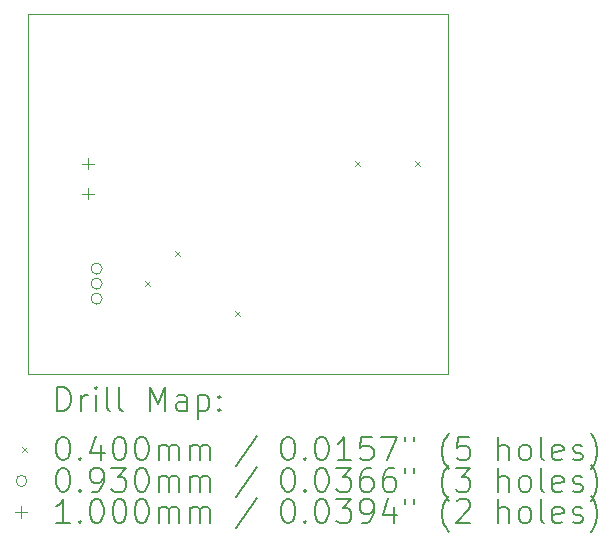
<source format=gbr>
%TF.GenerationSoftware,KiCad,Pcbnew,(6.0.7)*%
%TF.CreationDate,2022-11-27T20:24:26-03:00*%
%TF.ProjectId,E3,45332e6b-6963-4616-945f-706362585858,rev?*%
%TF.SameCoordinates,Original*%
%TF.FileFunction,Drillmap*%
%TF.FilePolarity,Positive*%
%FSLAX45Y45*%
G04 Gerber Fmt 4.5, Leading zero omitted, Abs format (unit mm)*
G04 Created by KiCad (PCBNEW (6.0.7)) date 2022-11-27 20:24:26*
%MOMM*%
%LPD*%
G01*
G04 APERTURE LIST*
%ADD10C,0.100000*%
%ADD11C,0.200000*%
%ADD12C,0.040000*%
%ADD13C,0.093000*%
G04 APERTURE END LIST*
D10*
X16510000Y-9652000D02*
X20066000Y-9652000D01*
X20066000Y-9652000D02*
X20066000Y-12700000D01*
X20066000Y-12700000D02*
X16510000Y-12700000D01*
X16510000Y-12700000D02*
X16510000Y-9652000D01*
D11*
D12*
X17506000Y-11918000D02*
X17546000Y-11958000D01*
X17546000Y-11918000D02*
X17506000Y-11958000D01*
X17760000Y-11664000D02*
X17800000Y-11704000D01*
X17800000Y-11664000D02*
X17760000Y-11704000D01*
X18268000Y-12172000D02*
X18308000Y-12212000D01*
X18308000Y-12172000D02*
X18268000Y-12212000D01*
X19284000Y-10902000D02*
X19324000Y-10942000D01*
X19324000Y-10902000D02*
X19284000Y-10942000D01*
X19792000Y-10902000D02*
X19832000Y-10942000D01*
X19832000Y-10902000D02*
X19792000Y-10942000D01*
D13*
X17140525Y-11811000D02*
G75*
G03*
X17140525Y-11811000I-46500J0D01*
G01*
X17140525Y-11938000D02*
G75*
G03*
X17140525Y-11938000I-46500J0D01*
G01*
X17140525Y-12065000D02*
G75*
G03*
X17140525Y-12065000I-46500J0D01*
G01*
D10*
X17018000Y-10872000D02*
X17018000Y-10972000D01*
X16968000Y-10922000D02*
X17068000Y-10922000D01*
X17018000Y-11126000D02*
X17018000Y-11226000D01*
X16968000Y-11176000D02*
X17068000Y-11176000D01*
D11*
X16762619Y-13015476D02*
X16762619Y-12815476D01*
X16810238Y-12815476D01*
X16838810Y-12825000D01*
X16857857Y-12844048D01*
X16867381Y-12863095D01*
X16876905Y-12901190D01*
X16876905Y-12929762D01*
X16867381Y-12967857D01*
X16857857Y-12986905D01*
X16838810Y-13005952D01*
X16810238Y-13015476D01*
X16762619Y-13015476D01*
X16962619Y-13015476D02*
X16962619Y-12882143D01*
X16962619Y-12920238D02*
X16972143Y-12901190D01*
X16981667Y-12891667D01*
X17000714Y-12882143D01*
X17019762Y-12882143D01*
X17086429Y-13015476D02*
X17086429Y-12882143D01*
X17086429Y-12815476D02*
X17076905Y-12825000D01*
X17086429Y-12834524D01*
X17095952Y-12825000D01*
X17086429Y-12815476D01*
X17086429Y-12834524D01*
X17210238Y-13015476D02*
X17191190Y-13005952D01*
X17181667Y-12986905D01*
X17181667Y-12815476D01*
X17315000Y-13015476D02*
X17295952Y-13005952D01*
X17286429Y-12986905D01*
X17286429Y-12815476D01*
X17543571Y-13015476D02*
X17543571Y-12815476D01*
X17610238Y-12958333D01*
X17676905Y-12815476D01*
X17676905Y-13015476D01*
X17857857Y-13015476D02*
X17857857Y-12910714D01*
X17848333Y-12891667D01*
X17829286Y-12882143D01*
X17791190Y-12882143D01*
X17772143Y-12891667D01*
X17857857Y-13005952D02*
X17838810Y-13015476D01*
X17791190Y-13015476D01*
X17772143Y-13005952D01*
X17762619Y-12986905D01*
X17762619Y-12967857D01*
X17772143Y-12948809D01*
X17791190Y-12939286D01*
X17838810Y-12939286D01*
X17857857Y-12929762D01*
X17953095Y-12882143D02*
X17953095Y-13082143D01*
X17953095Y-12891667D02*
X17972143Y-12882143D01*
X18010238Y-12882143D01*
X18029286Y-12891667D01*
X18038810Y-12901190D01*
X18048333Y-12920238D01*
X18048333Y-12977381D01*
X18038810Y-12996428D01*
X18029286Y-13005952D01*
X18010238Y-13015476D01*
X17972143Y-13015476D01*
X17953095Y-13005952D01*
X18134048Y-12996428D02*
X18143571Y-13005952D01*
X18134048Y-13015476D01*
X18124524Y-13005952D01*
X18134048Y-12996428D01*
X18134048Y-13015476D01*
X18134048Y-12891667D02*
X18143571Y-12901190D01*
X18134048Y-12910714D01*
X18124524Y-12901190D01*
X18134048Y-12891667D01*
X18134048Y-12910714D01*
D12*
X16465000Y-13325000D02*
X16505000Y-13365000D01*
X16505000Y-13325000D02*
X16465000Y-13365000D01*
D11*
X16800714Y-13235476D02*
X16819762Y-13235476D01*
X16838810Y-13245000D01*
X16848333Y-13254524D01*
X16857857Y-13273571D01*
X16867381Y-13311667D01*
X16867381Y-13359286D01*
X16857857Y-13397381D01*
X16848333Y-13416428D01*
X16838810Y-13425952D01*
X16819762Y-13435476D01*
X16800714Y-13435476D01*
X16781667Y-13425952D01*
X16772143Y-13416428D01*
X16762619Y-13397381D01*
X16753095Y-13359286D01*
X16753095Y-13311667D01*
X16762619Y-13273571D01*
X16772143Y-13254524D01*
X16781667Y-13245000D01*
X16800714Y-13235476D01*
X16953095Y-13416428D02*
X16962619Y-13425952D01*
X16953095Y-13435476D01*
X16943571Y-13425952D01*
X16953095Y-13416428D01*
X16953095Y-13435476D01*
X17134048Y-13302143D02*
X17134048Y-13435476D01*
X17086429Y-13225952D02*
X17038810Y-13368809D01*
X17162619Y-13368809D01*
X17276905Y-13235476D02*
X17295952Y-13235476D01*
X17315000Y-13245000D01*
X17324524Y-13254524D01*
X17334048Y-13273571D01*
X17343571Y-13311667D01*
X17343571Y-13359286D01*
X17334048Y-13397381D01*
X17324524Y-13416428D01*
X17315000Y-13425952D01*
X17295952Y-13435476D01*
X17276905Y-13435476D01*
X17257857Y-13425952D01*
X17248333Y-13416428D01*
X17238810Y-13397381D01*
X17229286Y-13359286D01*
X17229286Y-13311667D01*
X17238810Y-13273571D01*
X17248333Y-13254524D01*
X17257857Y-13245000D01*
X17276905Y-13235476D01*
X17467381Y-13235476D02*
X17486429Y-13235476D01*
X17505476Y-13245000D01*
X17515000Y-13254524D01*
X17524524Y-13273571D01*
X17534048Y-13311667D01*
X17534048Y-13359286D01*
X17524524Y-13397381D01*
X17515000Y-13416428D01*
X17505476Y-13425952D01*
X17486429Y-13435476D01*
X17467381Y-13435476D01*
X17448333Y-13425952D01*
X17438810Y-13416428D01*
X17429286Y-13397381D01*
X17419762Y-13359286D01*
X17419762Y-13311667D01*
X17429286Y-13273571D01*
X17438810Y-13254524D01*
X17448333Y-13245000D01*
X17467381Y-13235476D01*
X17619762Y-13435476D02*
X17619762Y-13302143D01*
X17619762Y-13321190D02*
X17629286Y-13311667D01*
X17648333Y-13302143D01*
X17676905Y-13302143D01*
X17695952Y-13311667D01*
X17705476Y-13330714D01*
X17705476Y-13435476D01*
X17705476Y-13330714D02*
X17715000Y-13311667D01*
X17734048Y-13302143D01*
X17762619Y-13302143D01*
X17781667Y-13311667D01*
X17791190Y-13330714D01*
X17791190Y-13435476D01*
X17886429Y-13435476D02*
X17886429Y-13302143D01*
X17886429Y-13321190D02*
X17895952Y-13311667D01*
X17915000Y-13302143D01*
X17943571Y-13302143D01*
X17962619Y-13311667D01*
X17972143Y-13330714D01*
X17972143Y-13435476D01*
X17972143Y-13330714D02*
X17981667Y-13311667D01*
X18000714Y-13302143D01*
X18029286Y-13302143D01*
X18048333Y-13311667D01*
X18057857Y-13330714D01*
X18057857Y-13435476D01*
X18448333Y-13225952D02*
X18276905Y-13483095D01*
X18705476Y-13235476D02*
X18724524Y-13235476D01*
X18743571Y-13245000D01*
X18753095Y-13254524D01*
X18762619Y-13273571D01*
X18772143Y-13311667D01*
X18772143Y-13359286D01*
X18762619Y-13397381D01*
X18753095Y-13416428D01*
X18743571Y-13425952D01*
X18724524Y-13435476D01*
X18705476Y-13435476D01*
X18686429Y-13425952D01*
X18676905Y-13416428D01*
X18667381Y-13397381D01*
X18657857Y-13359286D01*
X18657857Y-13311667D01*
X18667381Y-13273571D01*
X18676905Y-13254524D01*
X18686429Y-13245000D01*
X18705476Y-13235476D01*
X18857857Y-13416428D02*
X18867381Y-13425952D01*
X18857857Y-13435476D01*
X18848333Y-13425952D01*
X18857857Y-13416428D01*
X18857857Y-13435476D01*
X18991190Y-13235476D02*
X19010238Y-13235476D01*
X19029286Y-13245000D01*
X19038810Y-13254524D01*
X19048333Y-13273571D01*
X19057857Y-13311667D01*
X19057857Y-13359286D01*
X19048333Y-13397381D01*
X19038810Y-13416428D01*
X19029286Y-13425952D01*
X19010238Y-13435476D01*
X18991190Y-13435476D01*
X18972143Y-13425952D01*
X18962619Y-13416428D01*
X18953095Y-13397381D01*
X18943571Y-13359286D01*
X18943571Y-13311667D01*
X18953095Y-13273571D01*
X18962619Y-13254524D01*
X18972143Y-13245000D01*
X18991190Y-13235476D01*
X19248333Y-13435476D02*
X19134048Y-13435476D01*
X19191190Y-13435476D02*
X19191190Y-13235476D01*
X19172143Y-13264048D01*
X19153095Y-13283095D01*
X19134048Y-13292619D01*
X19429286Y-13235476D02*
X19334048Y-13235476D01*
X19324524Y-13330714D01*
X19334048Y-13321190D01*
X19353095Y-13311667D01*
X19400714Y-13311667D01*
X19419762Y-13321190D01*
X19429286Y-13330714D01*
X19438810Y-13349762D01*
X19438810Y-13397381D01*
X19429286Y-13416428D01*
X19419762Y-13425952D01*
X19400714Y-13435476D01*
X19353095Y-13435476D01*
X19334048Y-13425952D01*
X19324524Y-13416428D01*
X19505476Y-13235476D02*
X19638810Y-13235476D01*
X19553095Y-13435476D01*
X19705476Y-13235476D02*
X19705476Y-13273571D01*
X19781667Y-13235476D02*
X19781667Y-13273571D01*
X20076905Y-13511667D02*
X20067381Y-13502143D01*
X20048333Y-13473571D01*
X20038810Y-13454524D01*
X20029286Y-13425952D01*
X20019762Y-13378333D01*
X20019762Y-13340238D01*
X20029286Y-13292619D01*
X20038810Y-13264048D01*
X20048333Y-13245000D01*
X20067381Y-13216428D01*
X20076905Y-13206905D01*
X20248333Y-13235476D02*
X20153095Y-13235476D01*
X20143571Y-13330714D01*
X20153095Y-13321190D01*
X20172143Y-13311667D01*
X20219762Y-13311667D01*
X20238810Y-13321190D01*
X20248333Y-13330714D01*
X20257857Y-13349762D01*
X20257857Y-13397381D01*
X20248333Y-13416428D01*
X20238810Y-13425952D01*
X20219762Y-13435476D01*
X20172143Y-13435476D01*
X20153095Y-13425952D01*
X20143571Y-13416428D01*
X20495952Y-13435476D02*
X20495952Y-13235476D01*
X20581667Y-13435476D02*
X20581667Y-13330714D01*
X20572143Y-13311667D01*
X20553095Y-13302143D01*
X20524524Y-13302143D01*
X20505476Y-13311667D01*
X20495952Y-13321190D01*
X20705476Y-13435476D02*
X20686429Y-13425952D01*
X20676905Y-13416428D01*
X20667381Y-13397381D01*
X20667381Y-13340238D01*
X20676905Y-13321190D01*
X20686429Y-13311667D01*
X20705476Y-13302143D01*
X20734048Y-13302143D01*
X20753095Y-13311667D01*
X20762619Y-13321190D01*
X20772143Y-13340238D01*
X20772143Y-13397381D01*
X20762619Y-13416428D01*
X20753095Y-13425952D01*
X20734048Y-13435476D01*
X20705476Y-13435476D01*
X20886429Y-13435476D02*
X20867381Y-13425952D01*
X20857857Y-13406905D01*
X20857857Y-13235476D01*
X21038810Y-13425952D02*
X21019762Y-13435476D01*
X20981667Y-13435476D01*
X20962619Y-13425952D01*
X20953095Y-13406905D01*
X20953095Y-13330714D01*
X20962619Y-13311667D01*
X20981667Y-13302143D01*
X21019762Y-13302143D01*
X21038810Y-13311667D01*
X21048333Y-13330714D01*
X21048333Y-13349762D01*
X20953095Y-13368809D01*
X21124524Y-13425952D02*
X21143571Y-13435476D01*
X21181667Y-13435476D01*
X21200714Y-13425952D01*
X21210238Y-13406905D01*
X21210238Y-13397381D01*
X21200714Y-13378333D01*
X21181667Y-13368809D01*
X21153095Y-13368809D01*
X21134048Y-13359286D01*
X21124524Y-13340238D01*
X21124524Y-13330714D01*
X21134048Y-13311667D01*
X21153095Y-13302143D01*
X21181667Y-13302143D01*
X21200714Y-13311667D01*
X21276905Y-13511667D02*
X21286429Y-13502143D01*
X21305476Y-13473571D01*
X21315000Y-13454524D01*
X21324524Y-13425952D01*
X21334048Y-13378333D01*
X21334048Y-13340238D01*
X21324524Y-13292619D01*
X21315000Y-13264048D01*
X21305476Y-13245000D01*
X21286429Y-13216428D01*
X21276905Y-13206905D01*
D13*
X16505000Y-13609000D02*
G75*
G03*
X16505000Y-13609000I-46500J0D01*
G01*
D11*
X16800714Y-13499476D02*
X16819762Y-13499476D01*
X16838810Y-13509000D01*
X16848333Y-13518524D01*
X16857857Y-13537571D01*
X16867381Y-13575667D01*
X16867381Y-13623286D01*
X16857857Y-13661381D01*
X16848333Y-13680428D01*
X16838810Y-13689952D01*
X16819762Y-13699476D01*
X16800714Y-13699476D01*
X16781667Y-13689952D01*
X16772143Y-13680428D01*
X16762619Y-13661381D01*
X16753095Y-13623286D01*
X16753095Y-13575667D01*
X16762619Y-13537571D01*
X16772143Y-13518524D01*
X16781667Y-13509000D01*
X16800714Y-13499476D01*
X16953095Y-13680428D02*
X16962619Y-13689952D01*
X16953095Y-13699476D01*
X16943571Y-13689952D01*
X16953095Y-13680428D01*
X16953095Y-13699476D01*
X17057857Y-13699476D02*
X17095952Y-13699476D01*
X17115000Y-13689952D01*
X17124524Y-13680428D01*
X17143571Y-13651857D01*
X17153095Y-13613762D01*
X17153095Y-13537571D01*
X17143571Y-13518524D01*
X17134048Y-13509000D01*
X17115000Y-13499476D01*
X17076905Y-13499476D01*
X17057857Y-13509000D01*
X17048333Y-13518524D01*
X17038810Y-13537571D01*
X17038810Y-13585190D01*
X17048333Y-13604238D01*
X17057857Y-13613762D01*
X17076905Y-13623286D01*
X17115000Y-13623286D01*
X17134048Y-13613762D01*
X17143571Y-13604238D01*
X17153095Y-13585190D01*
X17219762Y-13499476D02*
X17343571Y-13499476D01*
X17276905Y-13575667D01*
X17305476Y-13575667D01*
X17324524Y-13585190D01*
X17334048Y-13594714D01*
X17343571Y-13613762D01*
X17343571Y-13661381D01*
X17334048Y-13680428D01*
X17324524Y-13689952D01*
X17305476Y-13699476D01*
X17248333Y-13699476D01*
X17229286Y-13689952D01*
X17219762Y-13680428D01*
X17467381Y-13499476D02*
X17486429Y-13499476D01*
X17505476Y-13509000D01*
X17515000Y-13518524D01*
X17524524Y-13537571D01*
X17534048Y-13575667D01*
X17534048Y-13623286D01*
X17524524Y-13661381D01*
X17515000Y-13680428D01*
X17505476Y-13689952D01*
X17486429Y-13699476D01*
X17467381Y-13699476D01*
X17448333Y-13689952D01*
X17438810Y-13680428D01*
X17429286Y-13661381D01*
X17419762Y-13623286D01*
X17419762Y-13575667D01*
X17429286Y-13537571D01*
X17438810Y-13518524D01*
X17448333Y-13509000D01*
X17467381Y-13499476D01*
X17619762Y-13699476D02*
X17619762Y-13566143D01*
X17619762Y-13585190D02*
X17629286Y-13575667D01*
X17648333Y-13566143D01*
X17676905Y-13566143D01*
X17695952Y-13575667D01*
X17705476Y-13594714D01*
X17705476Y-13699476D01*
X17705476Y-13594714D02*
X17715000Y-13575667D01*
X17734048Y-13566143D01*
X17762619Y-13566143D01*
X17781667Y-13575667D01*
X17791190Y-13594714D01*
X17791190Y-13699476D01*
X17886429Y-13699476D02*
X17886429Y-13566143D01*
X17886429Y-13585190D02*
X17895952Y-13575667D01*
X17915000Y-13566143D01*
X17943571Y-13566143D01*
X17962619Y-13575667D01*
X17972143Y-13594714D01*
X17972143Y-13699476D01*
X17972143Y-13594714D02*
X17981667Y-13575667D01*
X18000714Y-13566143D01*
X18029286Y-13566143D01*
X18048333Y-13575667D01*
X18057857Y-13594714D01*
X18057857Y-13699476D01*
X18448333Y-13489952D02*
X18276905Y-13747095D01*
X18705476Y-13499476D02*
X18724524Y-13499476D01*
X18743571Y-13509000D01*
X18753095Y-13518524D01*
X18762619Y-13537571D01*
X18772143Y-13575667D01*
X18772143Y-13623286D01*
X18762619Y-13661381D01*
X18753095Y-13680428D01*
X18743571Y-13689952D01*
X18724524Y-13699476D01*
X18705476Y-13699476D01*
X18686429Y-13689952D01*
X18676905Y-13680428D01*
X18667381Y-13661381D01*
X18657857Y-13623286D01*
X18657857Y-13575667D01*
X18667381Y-13537571D01*
X18676905Y-13518524D01*
X18686429Y-13509000D01*
X18705476Y-13499476D01*
X18857857Y-13680428D02*
X18867381Y-13689952D01*
X18857857Y-13699476D01*
X18848333Y-13689952D01*
X18857857Y-13680428D01*
X18857857Y-13699476D01*
X18991190Y-13499476D02*
X19010238Y-13499476D01*
X19029286Y-13509000D01*
X19038810Y-13518524D01*
X19048333Y-13537571D01*
X19057857Y-13575667D01*
X19057857Y-13623286D01*
X19048333Y-13661381D01*
X19038810Y-13680428D01*
X19029286Y-13689952D01*
X19010238Y-13699476D01*
X18991190Y-13699476D01*
X18972143Y-13689952D01*
X18962619Y-13680428D01*
X18953095Y-13661381D01*
X18943571Y-13623286D01*
X18943571Y-13575667D01*
X18953095Y-13537571D01*
X18962619Y-13518524D01*
X18972143Y-13509000D01*
X18991190Y-13499476D01*
X19124524Y-13499476D02*
X19248333Y-13499476D01*
X19181667Y-13575667D01*
X19210238Y-13575667D01*
X19229286Y-13585190D01*
X19238810Y-13594714D01*
X19248333Y-13613762D01*
X19248333Y-13661381D01*
X19238810Y-13680428D01*
X19229286Y-13689952D01*
X19210238Y-13699476D01*
X19153095Y-13699476D01*
X19134048Y-13689952D01*
X19124524Y-13680428D01*
X19419762Y-13499476D02*
X19381667Y-13499476D01*
X19362619Y-13509000D01*
X19353095Y-13518524D01*
X19334048Y-13547095D01*
X19324524Y-13585190D01*
X19324524Y-13661381D01*
X19334048Y-13680428D01*
X19343571Y-13689952D01*
X19362619Y-13699476D01*
X19400714Y-13699476D01*
X19419762Y-13689952D01*
X19429286Y-13680428D01*
X19438810Y-13661381D01*
X19438810Y-13613762D01*
X19429286Y-13594714D01*
X19419762Y-13585190D01*
X19400714Y-13575667D01*
X19362619Y-13575667D01*
X19343571Y-13585190D01*
X19334048Y-13594714D01*
X19324524Y-13613762D01*
X19610238Y-13499476D02*
X19572143Y-13499476D01*
X19553095Y-13509000D01*
X19543571Y-13518524D01*
X19524524Y-13547095D01*
X19515000Y-13585190D01*
X19515000Y-13661381D01*
X19524524Y-13680428D01*
X19534048Y-13689952D01*
X19553095Y-13699476D01*
X19591190Y-13699476D01*
X19610238Y-13689952D01*
X19619762Y-13680428D01*
X19629286Y-13661381D01*
X19629286Y-13613762D01*
X19619762Y-13594714D01*
X19610238Y-13585190D01*
X19591190Y-13575667D01*
X19553095Y-13575667D01*
X19534048Y-13585190D01*
X19524524Y-13594714D01*
X19515000Y-13613762D01*
X19705476Y-13499476D02*
X19705476Y-13537571D01*
X19781667Y-13499476D02*
X19781667Y-13537571D01*
X20076905Y-13775667D02*
X20067381Y-13766143D01*
X20048333Y-13737571D01*
X20038810Y-13718524D01*
X20029286Y-13689952D01*
X20019762Y-13642333D01*
X20019762Y-13604238D01*
X20029286Y-13556619D01*
X20038810Y-13528048D01*
X20048333Y-13509000D01*
X20067381Y-13480428D01*
X20076905Y-13470905D01*
X20134048Y-13499476D02*
X20257857Y-13499476D01*
X20191190Y-13575667D01*
X20219762Y-13575667D01*
X20238810Y-13585190D01*
X20248333Y-13594714D01*
X20257857Y-13613762D01*
X20257857Y-13661381D01*
X20248333Y-13680428D01*
X20238810Y-13689952D01*
X20219762Y-13699476D01*
X20162619Y-13699476D01*
X20143571Y-13689952D01*
X20134048Y-13680428D01*
X20495952Y-13699476D02*
X20495952Y-13499476D01*
X20581667Y-13699476D02*
X20581667Y-13594714D01*
X20572143Y-13575667D01*
X20553095Y-13566143D01*
X20524524Y-13566143D01*
X20505476Y-13575667D01*
X20495952Y-13585190D01*
X20705476Y-13699476D02*
X20686429Y-13689952D01*
X20676905Y-13680428D01*
X20667381Y-13661381D01*
X20667381Y-13604238D01*
X20676905Y-13585190D01*
X20686429Y-13575667D01*
X20705476Y-13566143D01*
X20734048Y-13566143D01*
X20753095Y-13575667D01*
X20762619Y-13585190D01*
X20772143Y-13604238D01*
X20772143Y-13661381D01*
X20762619Y-13680428D01*
X20753095Y-13689952D01*
X20734048Y-13699476D01*
X20705476Y-13699476D01*
X20886429Y-13699476D02*
X20867381Y-13689952D01*
X20857857Y-13670905D01*
X20857857Y-13499476D01*
X21038810Y-13689952D02*
X21019762Y-13699476D01*
X20981667Y-13699476D01*
X20962619Y-13689952D01*
X20953095Y-13670905D01*
X20953095Y-13594714D01*
X20962619Y-13575667D01*
X20981667Y-13566143D01*
X21019762Y-13566143D01*
X21038810Y-13575667D01*
X21048333Y-13594714D01*
X21048333Y-13613762D01*
X20953095Y-13632809D01*
X21124524Y-13689952D02*
X21143571Y-13699476D01*
X21181667Y-13699476D01*
X21200714Y-13689952D01*
X21210238Y-13670905D01*
X21210238Y-13661381D01*
X21200714Y-13642333D01*
X21181667Y-13632809D01*
X21153095Y-13632809D01*
X21134048Y-13623286D01*
X21124524Y-13604238D01*
X21124524Y-13594714D01*
X21134048Y-13575667D01*
X21153095Y-13566143D01*
X21181667Y-13566143D01*
X21200714Y-13575667D01*
X21276905Y-13775667D02*
X21286429Y-13766143D01*
X21305476Y-13737571D01*
X21315000Y-13718524D01*
X21324524Y-13689952D01*
X21334048Y-13642333D01*
X21334048Y-13604238D01*
X21324524Y-13556619D01*
X21315000Y-13528048D01*
X21305476Y-13509000D01*
X21286429Y-13480428D01*
X21276905Y-13470905D01*
D10*
X16455000Y-13823000D02*
X16455000Y-13923000D01*
X16405000Y-13873000D02*
X16505000Y-13873000D01*
D11*
X16867381Y-13963476D02*
X16753095Y-13963476D01*
X16810238Y-13963476D02*
X16810238Y-13763476D01*
X16791190Y-13792048D01*
X16772143Y-13811095D01*
X16753095Y-13820619D01*
X16953095Y-13944428D02*
X16962619Y-13953952D01*
X16953095Y-13963476D01*
X16943571Y-13953952D01*
X16953095Y-13944428D01*
X16953095Y-13963476D01*
X17086429Y-13763476D02*
X17105476Y-13763476D01*
X17124524Y-13773000D01*
X17134048Y-13782524D01*
X17143571Y-13801571D01*
X17153095Y-13839667D01*
X17153095Y-13887286D01*
X17143571Y-13925381D01*
X17134048Y-13944428D01*
X17124524Y-13953952D01*
X17105476Y-13963476D01*
X17086429Y-13963476D01*
X17067381Y-13953952D01*
X17057857Y-13944428D01*
X17048333Y-13925381D01*
X17038810Y-13887286D01*
X17038810Y-13839667D01*
X17048333Y-13801571D01*
X17057857Y-13782524D01*
X17067381Y-13773000D01*
X17086429Y-13763476D01*
X17276905Y-13763476D02*
X17295952Y-13763476D01*
X17315000Y-13773000D01*
X17324524Y-13782524D01*
X17334048Y-13801571D01*
X17343571Y-13839667D01*
X17343571Y-13887286D01*
X17334048Y-13925381D01*
X17324524Y-13944428D01*
X17315000Y-13953952D01*
X17295952Y-13963476D01*
X17276905Y-13963476D01*
X17257857Y-13953952D01*
X17248333Y-13944428D01*
X17238810Y-13925381D01*
X17229286Y-13887286D01*
X17229286Y-13839667D01*
X17238810Y-13801571D01*
X17248333Y-13782524D01*
X17257857Y-13773000D01*
X17276905Y-13763476D01*
X17467381Y-13763476D02*
X17486429Y-13763476D01*
X17505476Y-13773000D01*
X17515000Y-13782524D01*
X17524524Y-13801571D01*
X17534048Y-13839667D01*
X17534048Y-13887286D01*
X17524524Y-13925381D01*
X17515000Y-13944428D01*
X17505476Y-13953952D01*
X17486429Y-13963476D01*
X17467381Y-13963476D01*
X17448333Y-13953952D01*
X17438810Y-13944428D01*
X17429286Y-13925381D01*
X17419762Y-13887286D01*
X17419762Y-13839667D01*
X17429286Y-13801571D01*
X17438810Y-13782524D01*
X17448333Y-13773000D01*
X17467381Y-13763476D01*
X17619762Y-13963476D02*
X17619762Y-13830143D01*
X17619762Y-13849190D02*
X17629286Y-13839667D01*
X17648333Y-13830143D01*
X17676905Y-13830143D01*
X17695952Y-13839667D01*
X17705476Y-13858714D01*
X17705476Y-13963476D01*
X17705476Y-13858714D02*
X17715000Y-13839667D01*
X17734048Y-13830143D01*
X17762619Y-13830143D01*
X17781667Y-13839667D01*
X17791190Y-13858714D01*
X17791190Y-13963476D01*
X17886429Y-13963476D02*
X17886429Y-13830143D01*
X17886429Y-13849190D02*
X17895952Y-13839667D01*
X17915000Y-13830143D01*
X17943571Y-13830143D01*
X17962619Y-13839667D01*
X17972143Y-13858714D01*
X17972143Y-13963476D01*
X17972143Y-13858714D02*
X17981667Y-13839667D01*
X18000714Y-13830143D01*
X18029286Y-13830143D01*
X18048333Y-13839667D01*
X18057857Y-13858714D01*
X18057857Y-13963476D01*
X18448333Y-13753952D02*
X18276905Y-14011095D01*
X18705476Y-13763476D02*
X18724524Y-13763476D01*
X18743571Y-13773000D01*
X18753095Y-13782524D01*
X18762619Y-13801571D01*
X18772143Y-13839667D01*
X18772143Y-13887286D01*
X18762619Y-13925381D01*
X18753095Y-13944428D01*
X18743571Y-13953952D01*
X18724524Y-13963476D01*
X18705476Y-13963476D01*
X18686429Y-13953952D01*
X18676905Y-13944428D01*
X18667381Y-13925381D01*
X18657857Y-13887286D01*
X18657857Y-13839667D01*
X18667381Y-13801571D01*
X18676905Y-13782524D01*
X18686429Y-13773000D01*
X18705476Y-13763476D01*
X18857857Y-13944428D02*
X18867381Y-13953952D01*
X18857857Y-13963476D01*
X18848333Y-13953952D01*
X18857857Y-13944428D01*
X18857857Y-13963476D01*
X18991190Y-13763476D02*
X19010238Y-13763476D01*
X19029286Y-13773000D01*
X19038810Y-13782524D01*
X19048333Y-13801571D01*
X19057857Y-13839667D01*
X19057857Y-13887286D01*
X19048333Y-13925381D01*
X19038810Y-13944428D01*
X19029286Y-13953952D01*
X19010238Y-13963476D01*
X18991190Y-13963476D01*
X18972143Y-13953952D01*
X18962619Y-13944428D01*
X18953095Y-13925381D01*
X18943571Y-13887286D01*
X18943571Y-13839667D01*
X18953095Y-13801571D01*
X18962619Y-13782524D01*
X18972143Y-13773000D01*
X18991190Y-13763476D01*
X19124524Y-13763476D02*
X19248333Y-13763476D01*
X19181667Y-13839667D01*
X19210238Y-13839667D01*
X19229286Y-13849190D01*
X19238810Y-13858714D01*
X19248333Y-13877762D01*
X19248333Y-13925381D01*
X19238810Y-13944428D01*
X19229286Y-13953952D01*
X19210238Y-13963476D01*
X19153095Y-13963476D01*
X19134048Y-13953952D01*
X19124524Y-13944428D01*
X19343571Y-13963476D02*
X19381667Y-13963476D01*
X19400714Y-13953952D01*
X19410238Y-13944428D01*
X19429286Y-13915857D01*
X19438810Y-13877762D01*
X19438810Y-13801571D01*
X19429286Y-13782524D01*
X19419762Y-13773000D01*
X19400714Y-13763476D01*
X19362619Y-13763476D01*
X19343571Y-13773000D01*
X19334048Y-13782524D01*
X19324524Y-13801571D01*
X19324524Y-13849190D01*
X19334048Y-13868238D01*
X19343571Y-13877762D01*
X19362619Y-13887286D01*
X19400714Y-13887286D01*
X19419762Y-13877762D01*
X19429286Y-13868238D01*
X19438810Y-13849190D01*
X19610238Y-13830143D02*
X19610238Y-13963476D01*
X19562619Y-13753952D02*
X19515000Y-13896809D01*
X19638810Y-13896809D01*
X19705476Y-13763476D02*
X19705476Y-13801571D01*
X19781667Y-13763476D02*
X19781667Y-13801571D01*
X20076905Y-14039667D02*
X20067381Y-14030143D01*
X20048333Y-14001571D01*
X20038810Y-13982524D01*
X20029286Y-13953952D01*
X20019762Y-13906333D01*
X20019762Y-13868238D01*
X20029286Y-13820619D01*
X20038810Y-13792048D01*
X20048333Y-13773000D01*
X20067381Y-13744428D01*
X20076905Y-13734905D01*
X20143571Y-13782524D02*
X20153095Y-13773000D01*
X20172143Y-13763476D01*
X20219762Y-13763476D01*
X20238810Y-13773000D01*
X20248333Y-13782524D01*
X20257857Y-13801571D01*
X20257857Y-13820619D01*
X20248333Y-13849190D01*
X20134048Y-13963476D01*
X20257857Y-13963476D01*
X20495952Y-13963476D02*
X20495952Y-13763476D01*
X20581667Y-13963476D02*
X20581667Y-13858714D01*
X20572143Y-13839667D01*
X20553095Y-13830143D01*
X20524524Y-13830143D01*
X20505476Y-13839667D01*
X20495952Y-13849190D01*
X20705476Y-13963476D02*
X20686429Y-13953952D01*
X20676905Y-13944428D01*
X20667381Y-13925381D01*
X20667381Y-13868238D01*
X20676905Y-13849190D01*
X20686429Y-13839667D01*
X20705476Y-13830143D01*
X20734048Y-13830143D01*
X20753095Y-13839667D01*
X20762619Y-13849190D01*
X20772143Y-13868238D01*
X20772143Y-13925381D01*
X20762619Y-13944428D01*
X20753095Y-13953952D01*
X20734048Y-13963476D01*
X20705476Y-13963476D01*
X20886429Y-13963476D02*
X20867381Y-13953952D01*
X20857857Y-13934905D01*
X20857857Y-13763476D01*
X21038810Y-13953952D02*
X21019762Y-13963476D01*
X20981667Y-13963476D01*
X20962619Y-13953952D01*
X20953095Y-13934905D01*
X20953095Y-13858714D01*
X20962619Y-13839667D01*
X20981667Y-13830143D01*
X21019762Y-13830143D01*
X21038810Y-13839667D01*
X21048333Y-13858714D01*
X21048333Y-13877762D01*
X20953095Y-13896809D01*
X21124524Y-13953952D02*
X21143571Y-13963476D01*
X21181667Y-13963476D01*
X21200714Y-13953952D01*
X21210238Y-13934905D01*
X21210238Y-13925381D01*
X21200714Y-13906333D01*
X21181667Y-13896809D01*
X21153095Y-13896809D01*
X21134048Y-13887286D01*
X21124524Y-13868238D01*
X21124524Y-13858714D01*
X21134048Y-13839667D01*
X21153095Y-13830143D01*
X21181667Y-13830143D01*
X21200714Y-13839667D01*
X21276905Y-14039667D02*
X21286429Y-14030143D01*
X21305476Y-14001571D01*
X21315000Y-13982524D01*
X21324524Y-13953952D01*
X21334048Y-13906333D01*
X21334048Y-13868238D01*
X21324524Y-13820619D01*
X21315000Y-13792048D01*
X21305476Y-13773000D01*
X21286429Y-13744428D01*
X21276905Y-13734905D01*
M02*

</source>
